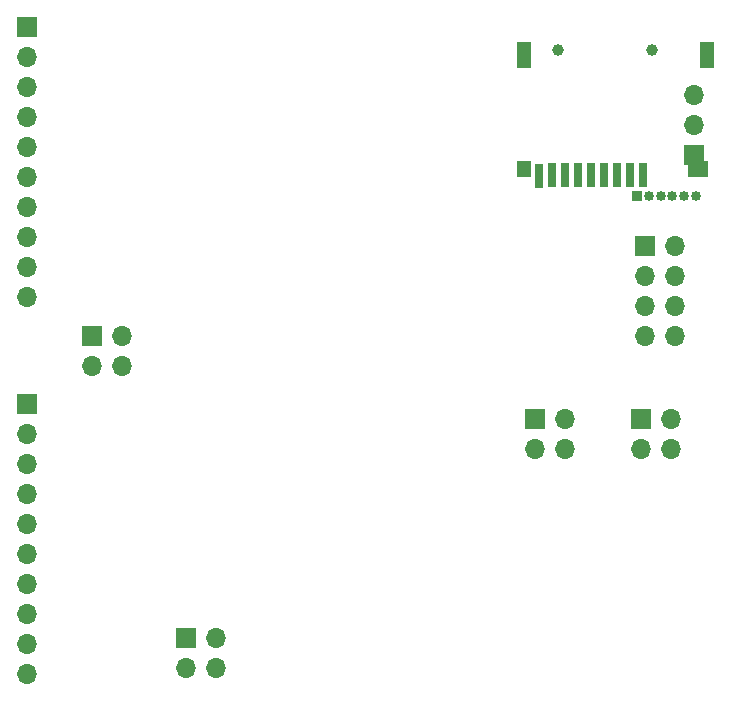
<source format=gbr>
%TF.GenerationSoftware,KiCad,Pcbnew,9.0.3*%
%TF.CreationDate,2025-08-19T17:15:27-04:00*%
%TF.ProjectId,PicoTag,5069636f-5461-4672-9e6b-696361645f70,rev?*%
%TF.SameCoordinates,Original*%
%TF.FileFunction,Soldermask,Bot*%
%TF.FilePolarity,Negative*%
%FSLAX46Y46*%
G04 Gerber Fmt 4.6, Leading zero omitted, Abs format (unit mm)*
G04 Created by KiCad (PCBNEW 9.0.3) date 2025-08-19 17:15:27*
%MOMM*%
%LPD*%
G01*
G04 APERTURE LIST*
%ADD10R,1.780000X1.400000*%
%ADD11R,1.270000X2.290000*%
%ADD12R,1.200000X1.400000*%
%ADD13R,0.700000X2.000000*%
%ADD14C,1.000000*%
%ADD15R,1.700000X1.700000*%
%ADD16O,1.700000X1.700000*%
%ADD17R,0.850000X0.850000*%
%ADD18O,0.850000X0.850000*%
G04 APERTURE END LIST*
D10*
%TO.C,Card1*%
X186300000Y-52820000D03*
D11*
X187060000Y-43170000D03*
X171570000Y-43160000D03*
D12*
X171540000Y-52820000D03*
D13*
X172820000Y-53360000D03*
X173920000Y-53350000D03*
X175020000Y-53350000D03*
X176120000Y-53350000D03*
X177210000Y-53350000D03*
X178310000Y-53350000D03*
X179410000Y-53350000D03*
X180510000Y-53350000D03*
X181600000Y-53350000D03*
D14*
X182400000Y-42760000D03*
X174400000Y-42750000D03*
%TD*%
D15*
%TO.C,J4*%
X185950000Y-51640000D03*
D16*
X185950000Y-49100000D03*
X185950000Y-46560000D03*
%TD*%
D17*
%TO.C,J11*%
X181100000Y-55100000D03*
D18*
X182100000Y-55100000D03*
X183100000Y-55100000D03*
X184100000Y-55100000D03*
X185100000Y-55100000D03*
X186100000Y-55100000D03*
%TD*%
D15*
%TO.C,J8*%
X134960000Y-66960000D03*
D16*
X137500000Y-66960000D03*
X134960000Y-69500000D03*
X137500000Y-69500000D03*
%TD*%
D15*
%TO.C,J7*%
X172460000Y-73960000D03*
D16*
X175000000Y-73960000D03*
X172460000Y-76500000D03*
X175000000Y-76500000D03*
%TD*%
D15*
%TO.C,J2*%
X129500000Y-40760000D03*
D16*
X129500000Y-43300000D03*
X129500000Y-45840000D03*
X129500000Y-48380000D03*
X129500000Y-50920000D03*
X129500000Y-53460000D03*
X129500000Y-56000000D03*
X129500000Y-58540000D03*
X129500000Y-61080000D03*
X129500000Y-63620000D03*
%TD*%
D15*
%TO.C,J1*%
X129500000Y-72720000D03*
D16*
X129500000Y-75260000D03*
X129500000Y-77800000D03*
X129500000Y-80340000D03*
X129500000Y-82880000D03*
X129500000Y-85420000D03*
X129500000Y-87960000D03*
X129500000Y-90500000D03*
X129500000Y-93040000D03*
X129500000Y-95580000D03*
%TD*%
D15*
%TO.C,J6*%
X181460000Y-73960000D03*
D16*
X184000000Y-73960000D03*
X181460000Y-76500000D03*
X184000000Y-76500000D03*
%TD*%
D15*
%TO.C,J3*%
X181760000Y-59320000D03*
D16*
X184300000Y-59320000D03*
X181760000Y-61860000D03*
X184300000Y-61860000D03*
X181760000Y-64400000D03*
X184300000Y-64400000D03*
X181760000Y-66940000D03*
X184300000Y-66940000D03*
%TD*%
D15*
%TO.C,J9*%
X142960000Y-92500000D03*
D16*
X145500000Y-92500000D03*
X142960000Y-95040000D03*
X145500000Y-95040000D03*
%TD*%
M02*

</source>
